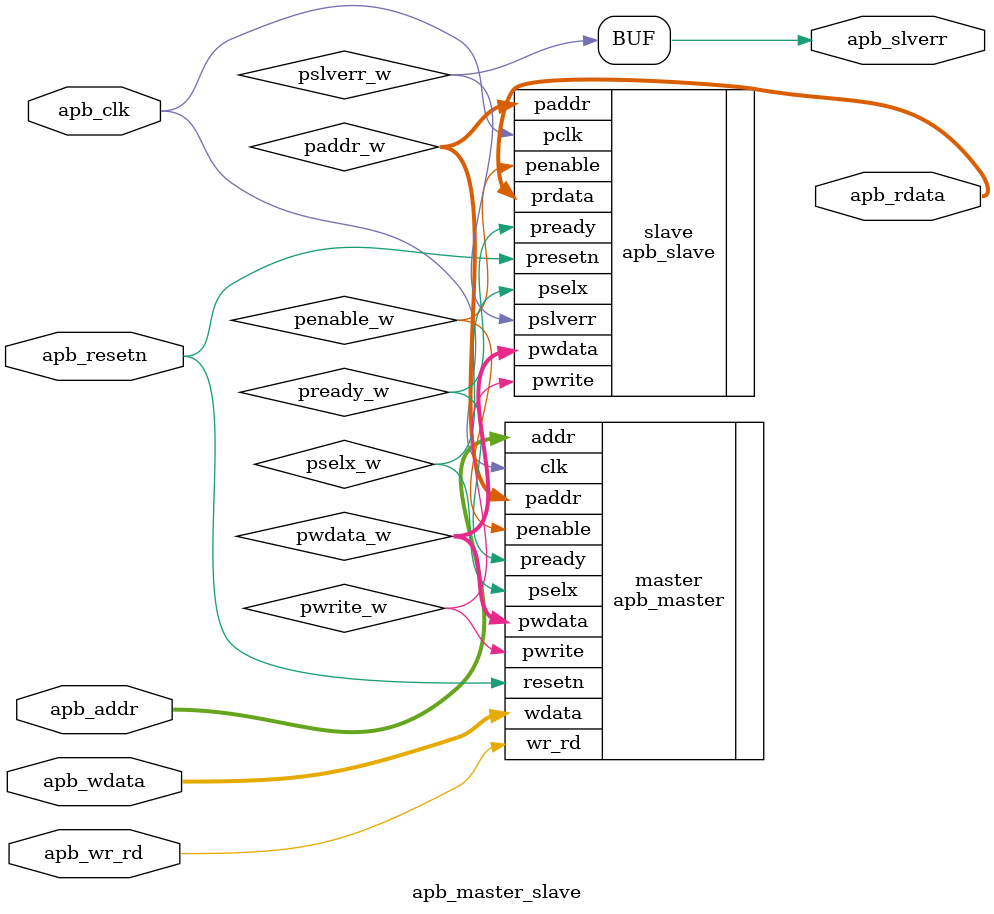
<source format=v>
`include "apb_master.v"
`include "apb_slave.v"

`define ADDR_WIDTH 10
`define DATA_WIDTH 32

module apb_master_slave(
    apb_clk,
    apb_resetn,
    apb_wdata,
    apb_addr,
    apb_wr_rd,
    apb_rdata,
    apb_slverr
  );

  input apb_clk;
  input apb_resetn;
  input [`DATA_WIDTH-1:0]apb_wdata;
  input [`ADDR_WIDTH-1:0]apb_addr;
  input apb_wr_rd;
  output [`DATA_WIDTH-1:0]apb_rdata;
  output apb_slverr;

  wire pready_w;
  wire [`DATA_WIDTH-1:0]pwdata_w;
  wire [`ADDR_WIDTH-1:0]paddr_w;
  wire pselx_w;
  wire penable_w;
  wire pwrite_w;
  wire pslverr_w;

  apb_master master(
    .clk(apb_clk),
    .resetn(apb_resetn),
    .wdata(apb_wdata),
    .addr(apb_addr),
    .wr_rd(apb_wr_rd),
    .pready(pready_w),
    .pwdata(pwdata_w),
    .paddr(paddr_w),
    .pselx(pselx_w),
    .penable(penable_w),
    .pwrite(pwrite_w)
  );

  apb_slave slave(
    .pclk(apb_clk),
    .presetn(apb_resetn),
    .pwdata(pwdata_w),
    .paddr(paddr_w),
    .pselx(pselx_w),
    .penable(penable_w),
    .pwrite(pwrite_w),
    .prdata(apb_rdata),
    .pready(pready_w),
    .pslverr(pslverr_w)
  );

  assign apb_slverr = pslverr_w;

endmodule

</source>
